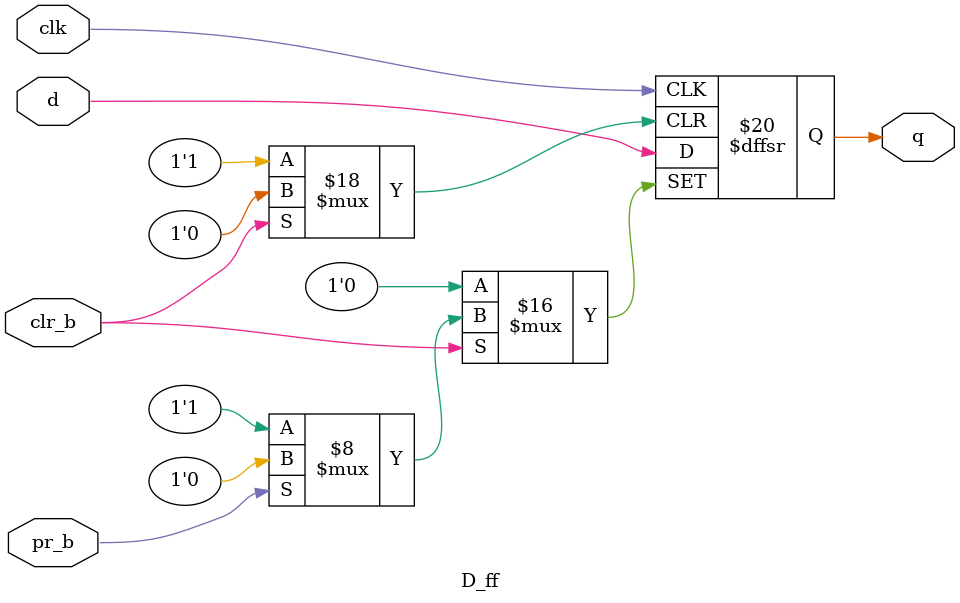
<source format=v>
module D_ff (
    input clk,
    input d,
    input pr_b,
    input clr_b,
    output q );
    reg q;
    always @(posedge clk or negedge pr_b or negedge clr_b)
    begin
        if (pr_b == 0) q <= 1;
        else if (clr_b == 0) q <= 0;
        else q <= d;
    end
endmodule
</source>
